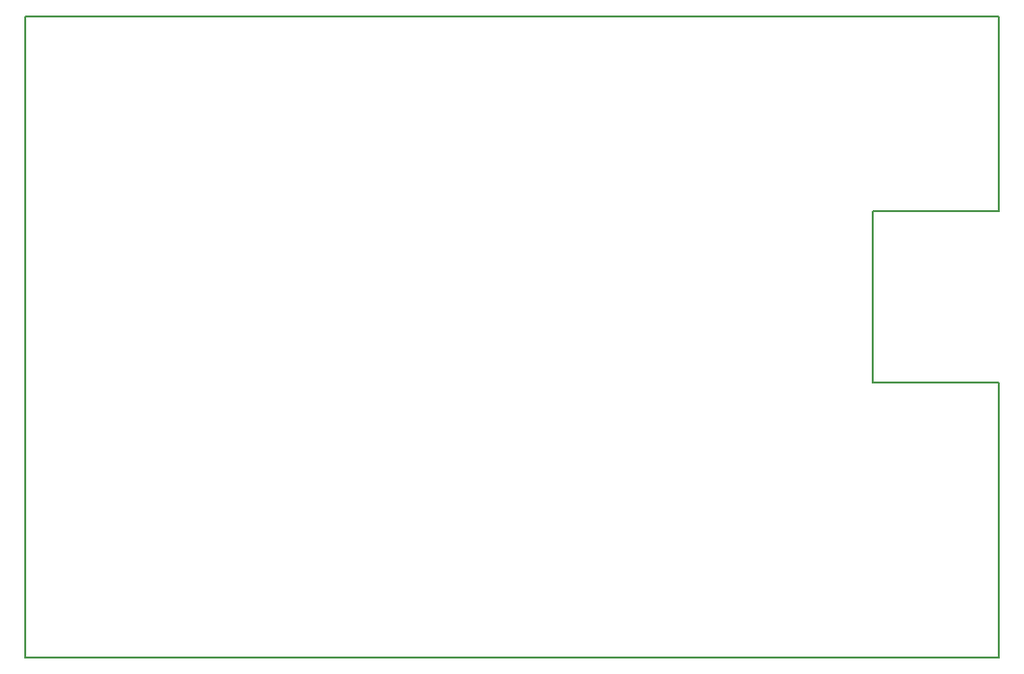
<source format=gm1>
G04 #@! TF.GenerationSoftware,KiCad,Pcbnew,(6.0.5)*
G04 #@! TF.CreationDate,2022-08-31T18:22:49+01:00*
G04 #@! TF.ProjectId,RPi-V1-Synth-IOBoard,5250692d-5631-42d5-9379-6e74682d494f,rev?*
G04 #@! TF.SameCoordinates,Original*
G04 #@! TF.FileFunction,Profile,NP*
%FSLAX46Y46*%
G04 Gerber Fmt 4.6, Leading zero omitted, Abs format (unit mm)*
G04 Created by KiCad (PCBNEW (6.0.5)) date 2022-08-31 18:22:49*
%MOMM*%
%LPD*%
G01*
G04 APERTURE LIST*
G04 #@! TA.AperFunction,Profile*
%ADD10C,0.150000*%
G04 #@! TD*
G04 APERTURE END LIST*
D10*
X217500000Y-142000000D02*
X228500000Y-142000000D01*
X228500000Y-125000000D02*
X143500000Y-125000000D01*
X228500000Y-181000000D02*
X228500000Y-157000000D01*
X143500000Y-181000000D02*
X228500000Y-181000000D01*
X228500000Y-142000000D02*
X228500000Y-125000000D01*
X217500000Y-157000000D02*
X217500000Y-142000000D01*
X228500000Y-157000000D02*
X217500000Y-157000000D01*
X143500000Y-125000000D02*
X143500000Y-181000000D01*
M02*

</source>
